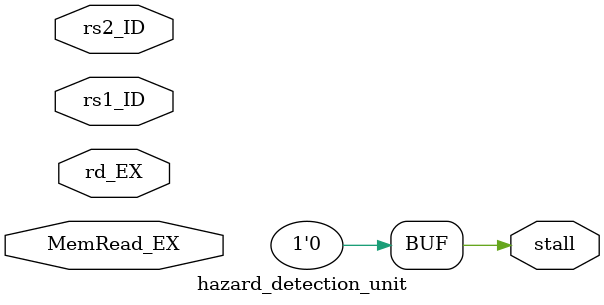
<source format=v>
`timescale 1ns / 1ps

module hazard_detection_unit(
    input wire [2:0] rs1_ID, rs2_ID,    
    input wire [2:0] rd_EX,             
    input wire MemRead_EX,              
    output wire stall                   
    );
    
    assign stall = 0;

endmodule

</source>
